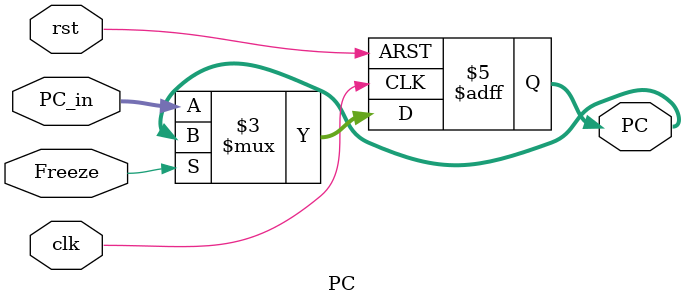
<source format=v>
module PC
	( 
		input clk, 
		input rst,
		input Freeze,
		input [31:0]PC_in,
		output reg [31:0] PC
	);
	
	always@(posedge clk , posedge rst) 
	begin 
		if(rst) 
			PC<= 31'b0;
		else if(!Freeze)
			PC<= PC_in;
	end
endmodule  // PC 
</source>
